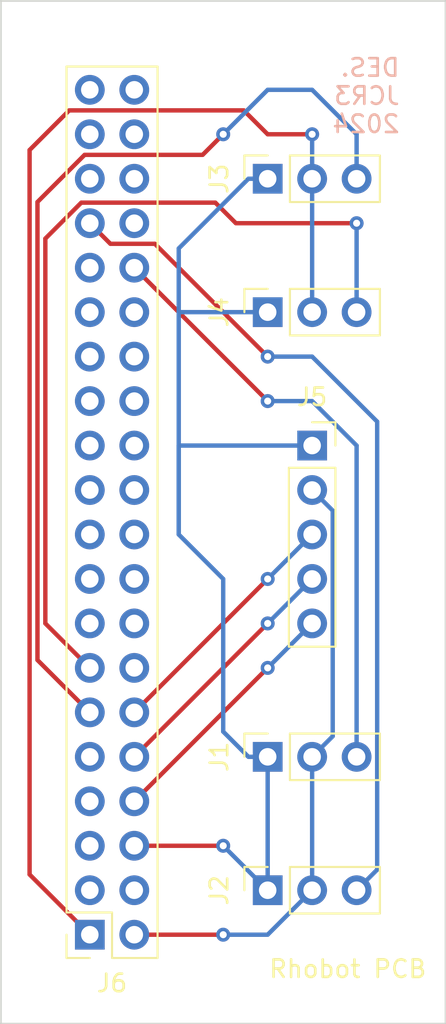
<source format=kicad_pcb>
(kicad_pcb (version 20221018) (generator pcbnew)
  (layers (0 "F.Cu" signal) (31 "B.Cu" signal) (34 "B.Paste" user) (35 "F.Paste" user) (36 "B.SilkS" user "B.Silkscreen") (37 "F.SilkS" user "F.Silkscreen") (38 "B.Mask" user) (39 "F.Mask" user) (44 "Edge.Cuts" user))
  (net 0 "")
  (net 1 "+3V3")
  (net 2 "+5V")
  (net 5 "GND")
  (net 7 "Net-(J5-Pin_5)")
  (net 8 "Net-(J5-Pin_4)")
  (net 9 "Net-(J5-Pin_3)")
  (net 23 "Net-(J1-Pin_3)")
  (net 24 "Net-(J2-Pin_3)")
  (net 30 "Net-(J3-Pin_3)")
  (net 31 "Net-(J4-Pin_3)")
  (footprint "Connector_PinSocket_2.54mm:PinSocket_1x03_P2.54mm_Vertical" (layer "F.Cu") (at 104.14 71.12 90)
    (fp_text reference "J3" (at 0 -2.77 90) (layer "F.SilkS"))
    (fp_text value "Left Encoder")
    (fp_line (start -1.33 1.27) (end -1.33 6.41) (stroke (width 0.12)) (layer "F.SilkS"))
    (fp_line (start -1.33 1.27) (end 1.33 1.27) (stroke (width 0.12)) (layer "F.SilkS"))
    (fp_line (start -1.33 6.41) (end 1.33 6.41) (stroke (width 0.12)) (layer "F.SilkS"))
    (fp_line (start 0 -1.33) (end 1.33 -1.33) (stroke (width 0.12)) (layer "F.SilkS"))
    (fp_line (start 1.33 -1.33) (end 1.33 0) (stroke (width 0.12)) (layer "F.SilkS"))
    (fp_line (start 1.33 1.27) (end 1.33 6.41) (stroke (width 0.12)) (layer "F.SilkS"))
    (pad "1" thru_hole rect (at 0 0 90) (size 1.7 1.7) (drill 1) (layers "*.Cu" "*.Mask") (net 5 "GND"))
    (pad "2" thru_hole oval (at 0 2.54 90) (size 1.7 1.7) (drill 1) (layers "*.Cu" "*.Mask") (net 1 "+3V3"))
    (pad "3" thru_hole oval (at 0 5.08 90) (size 1.7 1.7) (drill 1) (layers "*.Cu" "*.Mask") (net 30 "Net-(J3-Pin_3)"))
  )
  (footprint "Connector_PinSocket_2.54mm:PinSocket_2x20_P2.54mm_Vertical" (layer "F.Cu") (at 93.98 114.3 180)
    (fp_text reference "J6" (at -1.27 -2.77) (layer "F.SilkS"))
    (fp_text value "Jetson IO")
    (fp_line (start -3.87 -1.33) (end -3.87 49.59) (stroke (width 0.12)) (layer "F.SilkS"))
    (fp_line (start -3.87 -1.33) (end -1.27 -1.33) (stroke (width 0.12)) (layer "F.SilkS"))
    (fp_line (start -3.87 49.59) (end 1.33 49.59) (stroke (width 0.12)) (layer "F.SilkS"))
    (fp_line (start -1.27 -1.33) (end -1.27 1.27) (stroke (width 0.12)) (layer "F.SilkS"))
    (fp_line (start -1.27 1.27) (end 1.33 1.27) (stroke (width 0.12)) (layer "F.SilkS"))
    (fp_line (start 0 -1.33) (end 1.33 -1.33) (stroke (width 0.12)) (layer "F.SilkS"))
    (fp_line (start 1.33 -1.33) (end 1.33 0) (stroke (width 0.12)) (layer "F.SilkS"))
    (fp_line (start 1.33 1.27) (end 1.33 49.59) (stroke (width 0.12)) (layer "F.SilkS"))
    (pad "1" thru_hole rect (at 0 0 180) (size 1.7 1.7) (drill 1) (layers "*.Cu" "*.Mask") (net 1 "+3V3"))
    (pad "2" thru_hole oval (at -2.54 0 180) (size 1.7 1.7) (drill 1) (layers "*.Cu" "*.Mask") (net 2 "+5V"))
    (pad "3" thru_hole oval (at 0 2.54 180) (size 1.7 1.7) (drill 1) (layers "*.Cu" "*.Mask"))
    (pad "4" thru_hole oval (at -2.54 2.54 180) (size 1.7 1.7) (drill 1) (layers "*.Cu" "*.Mask"))
    (pad "5" thru_hole oval (at 0 5.08 180) (size 1.7 1.7) (drill 1) (layers "*.Cu" "*.Mask"))
    (pad "6" thru_hole oval (at -2.54 5.08 180) (size 1.7 1.7) (drill 1) (layers "*.Cu" "*.Mask") (net 5 "GND"))
    (pad "7" thru_hole oval (at 0 7.62 180) (size 1.7 1.7) (drill 1) (layers "*.Cu" "*.Mask"))
    (pad "8" thru_hole oval (at -2.54 7.62 180) (size 1.7 1.7) (drill 1) (layers "*.Cu" "*.Mask") (net 7 "Net-(J5-Pin_5)"))
    (pad "9" thru_hole oval (at 0 10.16 180) (size 1.7 1.7) (drill 1) (layers "*.Cu" "*.Mask"))
    (pad "10" thru_hole oval (at -2.54 10.16 180) (size 1.7 1.7) (drill 1) (layers "*.Cu" "*.Mask") (net 8 "Net-(J5-Pin_4)"))
    (pad "11" thru_hole oval (at 0 12.7 180) (size 1.7 1.7) (drill 1) (layers "*.Cu" "*.Mask") (net 30 "Net-(J3-Pin_3)"))
    (pad "12" thru_hole oval (at -2.54 12.7 180) (size 1.7 1.7) (drill 1) (layers "*.Cu" "*.Mask") (net 9 "Net-(J5-Pin_3)"))
    (pad "13" thru_hole oval (at 0 15.24 180) (size 1.7 1.7) (drill 1) (layers "*.Cu" "*.Mask") (net 31 "Net-(J4-Pin_3)"))
    (pad "14" thru_hole oval (at -2.54 15.24 180) (size 1.7 1.7) (drill 1) (layers "*.Cu" "*.Mask"))
    (pad "15" thru_hole oval (at 0 17.78 180) (size 1.7 1.7) (drill 1) (layers "*.Cu" "*.Mask"))
    (pad "16" thru_hole oval (at -2.54 17.78 180) (size 1.7 1.7) (drill 1) (layers "*.Cu" "*.Mask"))
    (pad "17" thru_hole oval (at 0 20.32 180) (size 1.7 1.7) (drill 1) (layers "*.Cu" "*.Mask"))
    (pad "18" thru_hole oval (at -2.54 20.32 180) (size 1.7 1.7) (drill 1) (layers "*.Cu" "*.Mask"))
    (pad "19" thru_hole oval (at 0 22.86 180) (size 1.7 1.7) (drill 1) (layers "*.Cu" "*.Mask"))
    (pad "20" thru_hole oval (at -2.54 22.86 180) (size 1.7 1.7) (drill 1) (layers "*.Cu" "*.Mask"))
    (pad "21" thru_hole oval (at 0 25.4 180) (size 1.7 1.7) (drill 1) (layers "*.Cu" "*.Mask"))
    (pad "22" thru_hole oval (at -2.54 25.4 180) (size 1.7 1.7) (drill 1) (layers "*.Cu" "*.Mask"))
    (pad "23" thru_hole oval (at 0 27.94 180) (size 1.7 1.7) (drill 1) (layers "*.Cu" "*.Mask"))
    (pad "24" thru_hole oval (at -2.54 27.94 180) (size 1.7 1.7) (drill 1) (layers "*.Cu" "*.Mask"))
    (pad "25" thru_hole oval (at 0 30.48 180) (size 1.7 1.7) (drill 1) (layers "*.Cu" "*.Mask"))
    (pad "26" thru_hole oval (at -2.54 30.48 180) (size 1.7 1.7) (drill 1) (layers "*.Cu" "*.Mask"))
    (pad "27" thru_hole oval (at 0 33.02 180) (size 1.7 1.7) (drill 1) (layers "*.Cu" "*.Mask"))
    (pad "28" thru_hole oval (at -2.54 33.02 180) (size 1.7 1.7) (drill 1) (layers "*.Cu" "*.Mask"))
    (pad "29" thru_hole oval (at 0 35.56 180) (size 1.7 1.7) (drill 1) (layers "*.Cu" "*.Mask"))
    (pad "30" thru_hole oval (at -2.54 35.56 180) (size 1.7 1.7) (drill 1) (layers "*.Cu" "*.Mask"))
    (pad "31" thru_hole oval (at 0 38.1 180) (size 1.7 1.7) (drill 1) (layers "*.Cu" "*.Mask"))
    (pad "32" thru_hole oval (at -2.54 38.1 180) (size 1.7 1.7) (drill 1) (layers "*.Cu" "*.Mask") (net 23 "Net-(J1-Pin_3)"))
    (pad "33" thru_hole oval (at 0 40.64 180) (size 1.7 1.7) (drill 1) (layers "*.Cu" "*.Mask") (net 24 "Net-(J2-Pin_3)"))
    (pad "34" thru_hole oval (at -2.54 40.64 180) (size 1.7 1.7) (drill 1) (layers "*.Cu" "*.Mask"))
    (pad "35" thru_hole oval (at 0 43.18 180) (size 1.7 1.7) (drill 1) (layers "*.Cu" "*.Mask"))
    (pad "36" thru_hole oval (at -2.54 43.18 180) (size 1.7 1.7) (drill 1) (layers "*.Cu" "*.Mask"))
    (pad "37" thru_hole oval (at 0 45.72 180) (size 1.7 1.7) (drill 1) (layers "*.Cu" "*.Mask"))
    (pad "38" thru_hole oval (at -2.54 45.72 180) (size 1.7 1.7) (drill 1) (layers "*.Cu" "*.Mask"))
    (pad "39" thru_hole oval (at 0 48.26 180) (size 1.7 1.7) (drill 1) (layers "*.Cu" "*.Mask"))
    (pad "40" thru_hole oval (at -2.54 48.26 180) (size 1.7 1.7) (drill 1) (layers "*.Cu" "*.Mask"))
  )
  (footprint "Connector_PinSocket_2.54mm:PinSocket_1x03_P2.54mm_Vertical" (layer "F.Cu") (at 104.14 104.14 90)
    (fp_text reference "J1" (at 0 -2.77 90) (layer "F.SilkS"))
    (fp_text value "Left Motor")
    (fp_line (start -1.33 1.27) (end -1.33 6.41) (stroke (width 0.12)) (layer "F.SilkS"))
    (fp_line (start -1.33 1.27) (end 1.33 1.27) (stroke (width 0.12)) (layer "F.SilkS"))
    (fp_line (start -1.33 6.41) (end 1.33 6.41) (stroke (width 0.12)) (layer "F.SilkS"))
    (fp_line (start 0 -1.33) (end 1.33 -1.33) (stroke (width 0.12)) (layer "F.SilkS"))
    (fp_line (start 1.33 -1.33) (end 1.33 0) (stroke (width 0.12)) (layer "F.SilkS"))
    (fp_line (start 1.33 1.27) (end 1.33 6.41) (stroke (width 0.12)) (layer "F.SilkS"))
    (pad "1" thru_hole rect (at 0 0 90) (size 1.7 1.7) (drill 1) (layers "*.Cu" "*.Mask") (net 5 "GND"))
    (pad "2" thru_hole oval (at 0 2.54 90) (size 1.7 1.7) (drill 1) (layers "*.Cu" "*.Mask") (net 2 "+5V"))
    (pad "3" thru_hole oval (at 0 5.08 90) (size 1.7 1.7) (drill 1) (layers "*.Cu" "*.Mask") (net 23 "Net-(J1-Pin_3)"))
  )
  (footprint "Connector_PinSocket_2.54mm:PinSocket_1x05_P2.54mm_Vertical" (layer "F.Cu") (at 106.68 86.36)
    (fp_text reference "J5" (at 0 -2.77) (layer "F.SilkS"))
    (fp_text value "LiDAR")
    (fp_line (start -1.33 1.27) (end -1.33 11.49) (stroke (width 0.12)) (layer "F.SilkS"))
    (fp_line (start -1.33 1.27) (end 1.33 1.27) (stroke (width 0.12)) (layer "F.SilkS"))
    (fp_line (start -1.33 11.49) (end 1.33 11.49) (stroke (width 0.12)) (layer "F.SilkS"))
    (fp_line (start 0 -1.33) (end 1.33 -1.33) (stroke (width 0.12)) (layer "F.SilkS"))
    (fp_line (start 1.33 -1.33) (end 1.33 0) (stroke (width 0.12)) (layer "F.SilkS"))
    (fp_line (start 1.33 1.27) (end 1.33 11.49) (stroke (width 0.12)) (layer "F.SilkS"))
    (pad "1" thru_hole rect (at 0 0) (size 1.7 1.7) (drill 1) (layers "*.Cu" "*.Mask") (net 5 "GND"))
    (pad "2" thru_hole oval (at 0 2.54) (size 1.7 1.7) (drill 1) (layers "*.Cu" "*.Mask") (net 2 "+5V"))
    (pad "3" thru_hole oval (at 0 5.08) (size 1.7 1.7) (drill 1) (layers "*.Cu" "*.Mask") (net 9 "Net-(J5-Pin_3)"))
    (pad "4" thru_hole oval (at 0 7.62) (size 1.7 1.7) (drill 1) (layers "*.Cu" "*.Mask") (net 8 "Net-(J5-Pin_4)"))
    (pad "5" thru_hole oval (at 0 10.16) (size 1.7 1.7) (drill 1) (layers "*.Cu" "*.Mask") (net 7 "Net-(J5-Pin_5)"))
  )
  (footprint "Connector_PinSocket_2.54mm:PinSocket_1x03_P2.54mm_Vertical" (layer "F.Cu") (at 104.14 111.76 90)
    (fp_text reference "J2" (at 0 -2.77 90) (layer "F.SilkS"))
    (fp_text value "Right Motor")
    (fp_line (start -1.33 1.27) (end -1.33 6.41) (stroke (width 0.12)) (layer "F.SilkS"))
    (fp_line (start -1.33 1.27) (end 1.33 1.27) (stroke (width 0.12)) (layer "F.SilkS"))
    (fp_line (start -1.33 6.41) (end 1.33 6.41) (stroke (width 0.12)) (layer "F.SilkS"))
    (fp_line (start 0 -1.33) (end 1.33 -1.33) (stroke (width 0.12)) (layer "F.SilkS"))
    (fp_line (start 1.33 -1.33) (end 1.33 0) (stroke (width 0.12)) (layer "F.SilkS"))
    (fp_line (start 1.33 1.27) (end 1.33 6.41) (stroke (width 0.12)) (layer "F.SilkS"))
    (pad "1" thru_hole rect (at 0 0 90) (size 1.7 1.7) (drill 1) (layers "*.Cu" "*.Mask") (net 5 "GND"))
    (pad "2" thru_hole oval (at 0 2.54 90) (size 1.7 1.7) (drill 1) (layers "*.Cu" "*.Mask") (net 2 "+5V"))
    (pad "3" thru_hole oval (at 0 5.08 90) (size 1.7 1.7) (drill 1) (layers "*.Cu" "*.Mask") (net 24 "Net-(J2-Pin_3)"))
  )
  (footprint "Connector_PinSocket_2.54mm:PinSocket_1x03_P2.54mm_Vertical" (layer "F.Cu") (at 104.14 78.74 90)
    (fp_text reference "J4" (at 0 -2.77 90) (layer "F.SilkS"))
    (fp_text value "Right Encoder")
    (fp_line (start -1.33 1.27) (end -1.33 6.41) (stroke (width 0.12)) (layer "F.SilkS"))
    (fp_line (start -1.33 1.27) (end 1.33 1.27) (stroke (width 0.12)) (layer "F.SilkS"))
    (fp_line (start -1.33 6.41) (end 1.33 6.41) (stroke (width 0.12)) (layer "F.SilkS"))
    (fp_line (start 0 -1.33) (end 1.33 -1.33) (stroke (width 0.12)) (layer "F.SilkS"))
    (fp_line (start 1.33 -1.33) (end 1.33 0) (stroke (width 0.12)) (layer "F.SilkS"))
    (fp_line (start 1.33 1.27) (end 1.33 6.41) (stroke (width 0.12)) (layer "F.SilkS"))
    (pad "1" thru_hole rect (at 0 0 90) (size 1.7 1.7) (drill 1) (layers "*.Cu" "*.Mask") (net 5 "GND"))
    (pad "2" thru_hole oval (at 0 2.54 90) (size 1.7 1.7) (drill 1) (layers "*.Cu" "*.Mask") (net 1 "+3V3"))
    (pad "3" thru_hole oval (at 0 5.08 90) (size 1.7 1.7) (drill 1) (layers "*.Cu" "*.Mask") (net 31 "Net-(J4-Pin_3)"))
  )
  (gr_rect (start 88.9 60.96) (end 114.3 119.38) (stroke (width 0.1)) (fill none) (layer "Edge.Cuts"))
  (gr_text "DES.\nJCR3\n2024" (at 111.76 68.58) (layer "B.SilkS") (effects (font (size 1 1)) (justify left bottom mirror)))
  (gr_text "Rhobot PCB" (at 104.14 116.84) (layer "F.SilkS") (effects (font (size 1 1)) (justify left bottom)))
  (segment (start 104.14 68.58) (end 102.775 67.215) (width 0.25) (layer "F.Cu") (net 1))
  (segment (start 106.68 68.58) (end 104.14 68.58) (width 0.25) (layer "F.Cu") (net 1))
  (segment (start 92.805 67.215) (end 90.54 69.48) (width 0.25) (layer "F.Cu") (net 1))
  (segment (start 90.54 69.48) (end 90.54 110.86) (width 0.25) (layer "F.Cu") (net 1))
  (segment (start 90.54 110.86) (end 93.98 114.3) (width 0.25) (layer "F.Cu") (net 1))
  (segment (start 102.775 67.215) (end 92.805 67.215) (width 0.25) (layer "F.Cu") (net 1))
  (via (at 106.68 68.58) (size 0.8) (drill 0.4) (layers "F.Cu" "B.Cu") (net 1))
  (segment (start 106.68 71.12) (end 106.68 78.74) (width 0.25) (layer "B.Cu") (net 1))
  (segment (start 106.68 71.12) (end 106.68 68.58) (width 0.25) (layer "B.Cu") (net 1))
  (segment (start 96.52 114.3) (end 101.6 114.3) (width 0.25) (layer "F.Cu") (net 2))
  (via (at 101.6 114.3) (size 0.8) (drill 0.4) (layers "F.Cu" "B.Cu") (net 2))
  (segment (start 107.855 90.075) (end 106.68 88.9) (width 0.25) (layer "B.Cu") (net 2))
  (segment (start 107.855 102.965) (end 107.855 90.075) (width 0.25) (layer "B.Cu") (net 2))
  (segment (start 106.68 104.14) (end 107.855 102.965) (width 0.25) (layer "B.Cu") (net 2))
  (segment (start 101.6 114.3) (end 104.14 114.3) (width 0.25) (layer "B.Cu") (net 2))
  (segment (start 104.14 114.3) (end 106.68 111.76) (width 0.25) (layer "B.Cu") (net 2))
  (segment (start 106.68 111.76) (end 106.68 104.14) (width 0.25) (layer "B.Cu") (net 2))
  (segment (start 101.6 109.22) (end 96.52 109.22) (width 0.25) (layer "F.Cu") (net 5))
  (via (at 101.6 109.22) (size 0.8) (drill 0.4) (layers "F.Cu" "B.Cu") (net 5))
  (segment (start 106.68 86.36) (end 99.06 86.36) (width 0.25) (layer "B.Cu") (net 5))
  (segment (start 99.06 75.1) (end 103.04 71.12) (width 0.25) (layer "B.Cu") (net 5))
  (segment (start 99.06 86.36) (end 99.06 91.44) (width 0.25) (layer "B.Cu") (net 5))
  (segment (start 103.04 104.14) (end 104.14 104.14) (width 0.25) (layer "B.Cu") (net 5))
  (segment (start 99.06 78.74) (end 99.06 75.1) (width 0.25) (layer "B.Cu") (net 5))
  (segment (start 103.04 71.12) (end 104.14 71.12) (width 0.25) (layer "B.Cu") (net 5))
  (segment (start 101.6 102.7) (end 103.04 104.14) (width 0.25) (layer "B.Cu") (net 5))
  (segment (start 99.06 91.44) (end 101.6 93.98) (width 0.25) (layer "B.Cu") (net 5))
  (segment (start 101.6 93.98) (end 101.6 102.7) (width 0.25) (layer "B.Cu") (net 5))
  (segment (start 99.06 78.74) (end 104.14 78.74) (width 0.25) (layer "B.Cu") (net 5))
  (segment (start 104.14 104.14) (end 104.14 111.76) (width 0.25) (layer "B.Cu") (net 5))
  (segment (start 104.14 111.76) (end 101.6 109.22) (width 0.25) (layer "B.Cu") (net 5))
  (segment (start 99.06 91.44) (end 99.06 78.74) (width 0.25) (layer "B.Cu") (net 5))
  (segment (start 104.14 99.06) (end 96.52 106.68) (width 0.25) (layer "F.Cu") (net 7))
  (via (at 104.14 99.06) (size 0.8) (drill 0.4) (layers "F.Cu" "B.Cu") (net 7))
  (segment (start 106.68 96.52) (end 104.14 99.06) (width 0.25) (layer "B.Cu") (net 7))
  (segment (start 104.14 96.52) (end 96.52 104.14) (width 0.25) (layer "F.Cu") (net 8))
  (via (at 104.14 96.52) (size 0.8) (drill 0.4) (layers "F.Cu" "B.Cu") (net 8))
  (segment (start 106.68 93.98) (end 104.14 96.52) (width 0.25) (layer "B.Cu") (net 8))
  (segment (start 104.14 93.98) (end 96.52 101.6) (width 0.25) (layer "F.Cu") (net 9))
  (via (at 104.14 93.98) (size 0.8) (drill 0.4) (layers "F.Cu" "B.Cu") (net 9))
  (segment (start 106.68 91.44) (end 104.14 93.98) (width 0.25) (layer "B.Cu") (net 9))
  (segment (start 104.14 83.82) (end 96.52 76.2) (width 0.25) (layer "F.Cu") (net 23))
  (via (at 104.14 83.82) (size 0.8) (drill 0.4) (layers "F.Cu" "B.Cu") (net 23))
  (segment (start 109.22 86.36) (end 109.22 104.14) (width 0.25) (layer "B.Cu") (net 23))
  (segment (start 104.14 83.82) (end 106.68 83.82) (width 0.25) (layer "B.Cu") (net 23))
  (segment (start 106.68 83.82) (end 109.22 86.36) (width 0.25) (layer "B.Cu") (net 23))
  (segment (start 95.155 74.835) (end 93.98 73.66) (width 0.25) (layer "F.Cu") (net 24))
  (segment (start 104.14 81.28) (end 97.695 74.835) (width 0.25) (layer "F.Cu") (net 24))
  (segment (start 97.695 74.835) (end 95.155 74.835) (width 0.25) (layer "F.Cu") (net 24))
  (via (at 104.14 81.28) (size 0.8) (drill 0.4) (layers "F.Cu" "B.Cu") (net 24))
  (segment (start 110.395 110.585) (end 109.22 111.76) (width 0.25) (layer "B.Cu") (net 24))
  (segment (start 110.395 84.995) (end 110.395 110.585) (width 0.25) (layer "B.Cu") (net 24))
  (segment (start 106.68 81.28) (end 110.395 84.995) (width 0.25) (layer "B.Cu") (net 24))
  (segment (start 104.14 81.28) (end 106.68 81.28) (width 0.25) (layer "B.Cu") (net 24))
  (segment (start 90.99 98.61) (end 93.98 101.6) (width 0.25) (layer "F.Cu") (net 30))
  (segment (start 100.425 69.755) (end 93.683299 69.755) (width 0.25) (layer "F.Cu") (net 30))
  (segment (start 101.6 68.58) (end 100.425 69.755) (width 0.25) (layer "F.Cu") (net 30))
  (segment (start 93.683299 69.755) (end 90.99 72.448299) (width 0.25) (layer "F.Cu") (net 30))
  (segment (start 90.99 72.448299) (end 90.99 98.61) (width 0.25) (layer "F.Cu") (net 30))
  (via (at 101.6 68.58) (size 0.8) (drill 0.4) (layers "F.Cu" "B.Cu") (net 30))
  (segment (start 109.22 68.58) (end 109.22 71.12) (width 0.25) (layer "B.Cu") (net 30))
  (segment (start 106.68 66.04) (end 109.22 68.58) (width 0.25) (layer "B.Cu") (net 30))
  (segment (start 104.14 66.04) (end 106.68 66.04) (width 0.25) (layer "B.Cu") (net 30))
  (segment (start 101.6 68.58) (end 104.14 66.04) (width 0.25) (layer "B.Cu") (net 30))
  (segment (start 93.493299 72.485) (end 91.44 74.538299) (width 0.25) (layer "F.Cu") (net 31))
  (segment (start 91.44 74.538299) (end 91.44 96.52) (width 0.25) (layer "F.Cu") (net 31))
  (segment (start 101.15 72.485) (end 93.493299 72.485) (width 0.25) (layer "F.Cu") (net 31))
  (segment (start 109.22 73.66) (end 102.325 73.66) (width 0.25) (layer "F.Cu") (net 31))
  (segment (start 91.44 96.52) (end 93.98 99.06) (width 0.25) (layer "F.Cu") (net 31))
  (segment (start 102.325 73.66) (end 101.15 72.485) (width 0.25) (layer "F.Cu") (net 31))
  (via (at 109.22 73.66) (size 0.8) (drill 0.4) (layers "F.Cu" "B.Cu") (net 31))
  (segment (start 109.22 73.66) (end 109.22 78.74) (width 0.25) (layer "B.Cu") (net 31))
)
</source>
